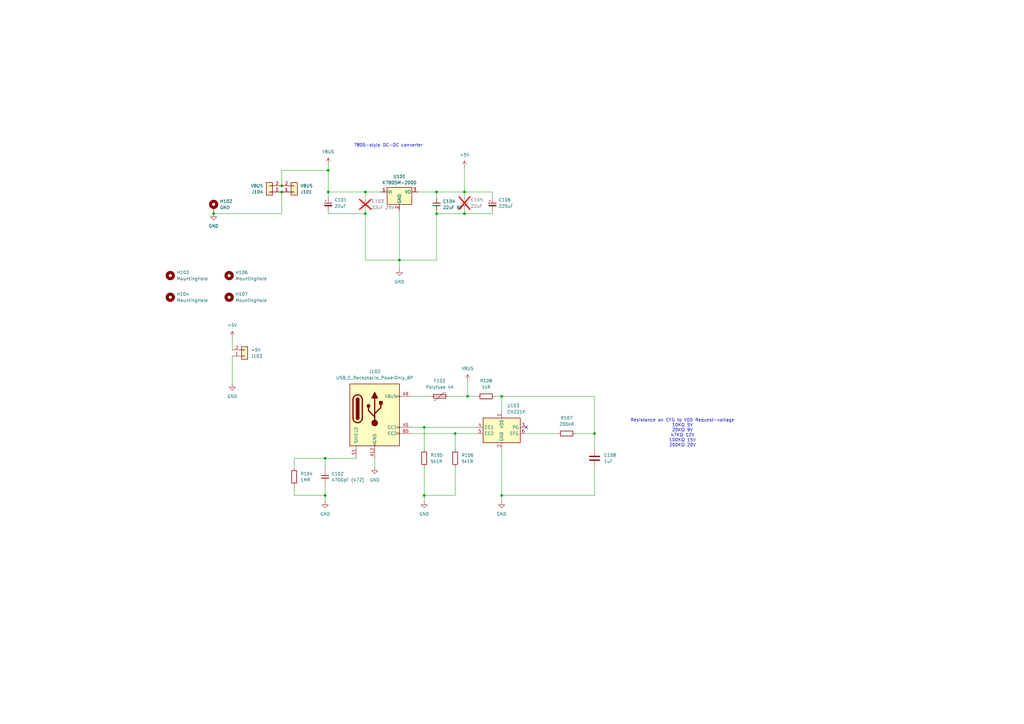
<source format=kicad_sch>
(kicad_sch (version 20250114) (generator "eeschema") (generator_version "9.0")
  (paper "A3")
  (title_block (title "7-seg LED POWER") (date "2025-08-20") (rev "0.4.0") (company "UMEMOTO LLC") (comment 1 "design by Hijiri Umemoto"))
  (lib_symbols
    (symbol "Connector:USB_C_Receptacle_PowerOnly_6P" (pin_names (offset 1.016))
      (property "Reference" "J" (at 0 16.51 0))
      (property "Value" "USB_C_Receptacle_PowerOnly_6P" (at 0 13.97 0))
      (symbol "USB_C_Receptacle_PowerOnly_6P_0_0"
        (rectangle (start -0.254 -12.7) (end 0.254 -11.684))
        (rectangle (start 10.16 7.874) (end 9.144 7.366))
        (rectangle (start 10.16 -4.826) (end 9.144 -5.334))
        (rectangle (start 10.16 -7.366) (end 9.144 -7.874))
      )
      (symbol "USB_C_Receptacle_PowerOnly_6P_0_1"
        (rectangle (start -10.16 12.7) (end 10.16 -12.7) (stroke (width 0.254)) (fill (type background)))
        (polyline (pts (xy -8.89 -1.27) (xy -8.89 6.35)) (stroke (width 0.508)))
        (rectangle (start -7.62 -1.27) (end -6.35 6.35) (stroke (width 0.254)) (fill (type outline)))
        (arc (start -7.62 6.35) (mid -6.985 6.9823) (end -6.35 6.35) (stroke (width 0.254)))
        (arc (start -7.62 6.35) (mid -6.985 6.9823) (end -6.35 6.35) (stroke (width 0.254)) (fill (type outline)))
        (arc (start -8.89 6.35) (mid -6.985 8.2467) (end -5.08 6.35) (stroke (width 0.508)))
        (arc (start -5.08 -1.27) (mid -6.985 -3.1667) (end -8.89 -1.27) (stroke (width 0.508)))
        (arc (start -6.35 -1.27) (mid -6.985 -1.9023) (end -7.62 -1.27) (stroke (width 0.254)))
        (arc (start -6.35 -1.27) (mid -6.985 -1.9023) (end -7.62 -1.27) (stroke (width 0.254)) (fill (type outline)))
        (polyline (pts (xy -5.08 6.35) (xy -5.08 -1.27)) (stroke (width 0.508)))
        (circle (center -2.54 3.683) (radius 0.635) (stroke (width 0.254)) (fill (type outline)))
        (polyline (pts (xy -1.27 6.858) (xy 0 9.398) (xy 1.27 6.858) (xy -1.27 6.858)) (stroke (width 0.254)) (fill (type outline)))
        (polyline (pts (xy 0 0.508) (xy 2.54 3.048) (xy 2.54 4.318)) (stroke (width 0.508)))
        (polyline (pts (xy 0 -0.762) (xy -2.54 1.778) (xy -2.54 3.048)) (stroke (width 0.508)))
        (polyline (pts (xy 0 -3.302) (xy 0 6.858)) (stroke (width 0.508)))
        (circle (center 0 -3.302) (radius 1.27) (fill (type outline)))
        (rectangle (start 1.905 4.318) (end 3.175 5.588) (stroke (width 0.254)) (fill (type outline)))
      )
      (symbol "USB_C_Receptacle_PowerOnly_6P_1_1"
        (pin passive line (at -7.62 -17.78 90) (length 5.08) (name "SHIELD") (number "S1"))
        (pin passive line (at 0 -17.78 90) (length 5.08) (name "GND") (number "A12"))
        (pin passive line (at 0 -17.78 90) (length 5.08) (hide yes) (name "GND") (number "B12"))
        (pin passive line (at 15.24 7.62 180) (length 5.08) (name "VBUS") (number "A9"))
        (pin passive line (at 15.24 7.62 180) (length 5.08) (hide yes) (name "VBUS") (number "B9"))
        (pin bidirectional line (at 15.24 -5.08 180) (length 5.08) (name "CC1") (number "A5"))
        (pin bidirectional line (at 15.24 -7.62 180) (length 5.08) (name "CC2") (number "B5"))
      )
    )
    (symbol "Connector_Generic:Conn_01x02" (pin_names (offset 1.016) (hide yes))
      (property "Reference" "J" (at 0 2.54 0))
      (property "Value" "Conn_01x02" (at 0 -5.08 0))
      (symbol "Conn_01x02_1_1"
        (rectangle (start -1.27 1.27) (end 1.27 -3.81) (stroke (width 0.254)) (fill (type background)))
        (rectangle (start -1.27 0.127) (end 0 -0.127) (stroke (width 0.1524)))
        (rectangle (start -1.27 -2.413) (end 0 -2.667) (stroke (width 0.1524)))
        (pin passive line (at -5.08 0 0) (length 3.81) (name "Pin_1") (number "1"))
        (pin passive line (at -5.08 -2.54 0) (length 3.81) (name "Pin_2") (number "2"))
      )
    )
    (symbol "Device:C" (pin_numbers (hide yes)) (pin_names (offset 0.254))
      (property "Reference" "C" (at 0.635 2.54 0))
      (property "Value" "C" (at 0.635 -2.54 0))
      (symbol "C_0_1"
        (polyline (pts (xy -2.032 0.762) (xy 2.032 0.762)) (stroke (width 0.508)))
        (polyline (pts (xy -2.032 -0.762) (xy 2.032 -0.762)) (stroke (width 0.508)))
      )
      (symbol "C_1_1"
        (pin passive line (at 0 3.81 270) (length 2.794) (name "~") (number "1"))
        (pin passive line (at 0 -3.81 90) (length 2.794) (name "~") (number "2"))
      )
    )
    (symbol "Device:C_Polarized_Small" (pin_numbers (hide yes)) (pin_names (offset 0.254) (hide yes))
      (property "Reference" "C" (at 0.254 1.778 0))
      (property "Value" "C_Polarized_Small" (at 0.254 -2.032 0))
      (symbol "C_Polarized_Small_0_1"
        (rectangle (start -1.524 0.6858) (end 1.524 0.3048))
        (rectangle (start -1.524 -0.3048) (end 1.524 -0.6858) (fill (type outline)))
        (polyline (pts (xy -1.27 1.524) (xy -0.762 1.524)))
        (polyline (pts (xy -1.016 1.27) (xy -1.016 1.778)))
      )
      (symbol "C_Polarized_Small_1_1"
        (pin passive line (at 0 2.54 270) (length 1.8542) (name "~") (number "1"))
        (pin passive line (at 0 -2.54 90) (length 1.8542) (name "~") (number "2"))
      )
    )
    (symbol "Device:C_Small" (pin_numbers (hide yes)) (pin_names (offset 0.254) (hide yes))
      (property "Reference" "C" (at 0.254 1.778 0))
      (property "Value" "C_Small" (at 0.254 -2.032 0))
      (symbol "C_Small_0_1"
        (polyline (pts (xy -1.524 0.508) (xy 1.524 0.508)) (stroke (width 0.3048)))
        (polyline (pts (xy -1.524 -0.508) (xy 1.524 -0.508)) (stroke (width 0.3302)))
      )
      (symbol "C_Small_1_1"
        (pin passive line (at 0 2.54 270) (length 2.032) (name "~") (number "1"))
        (pin passive line (at 0 -2.54 90) (length 2.032) (name "~") (number "2"))
      )
    )
    (symbol "Device:Polyfuse" (pin_numbers (hide yes)) (pin_names (offset 0))
      (property "Reference" "F" (at -2.54 0 90))
      (property "Value" "Polyfuse" (at 2.54 0 90))
      (symbol "Polyfuse_0_1"
        (polyline (pts (xy -1.524 2.54) (xy -1.524 1.524) (xy 1.524 -1.524) (xy 1.524 -2.54)))
        (rectangle (start -0.762 2.54) (end 0.762 -2.54) (stroke (width 0.254)))
        (polyline (pts (xy 0 2.54) (xy 0 -2.54)))
      )
      (symbol "Polyfuse_1_1"
        (pin passive line (at 0 3.81 270) (length 1.27) (name "~") (number "1"))
        (pin passive line (at 0 -3.81 90) (length 1.27) (name "~") (number "2"))
      )
    )
    (symbol "Device:R" (pin_numbers (hide yes)) (pin_names (offset 0))
      (property "Reference" "R" (at 2.032 0 90))
      (property "Value" "R" (at 0 0 90))
      (symbol "R_0_1"
        (rectangle (start -1.016 -2.54) (end 1.016 2.54) (stroke (width 0.254)))
      )
      (symbol "R_1_1"
        (pin passive line (at 0 3.81 270) (length 1.27) (name "~") (number "1"))
        (pin passive line (at 0 -3.81 90) (length 1.27) (name "~") (number "2"))
      )
    )
    (symbol "Interface_USB:CH221K"
      (property "Reference" "U" (at -7.366 -6.858 0))
      (property "Value" "CH221K" (at 3.048 -6.858 0))
      (symbol "CH221K_1_1"
        (rectangle (start -7.62 5.08) (end 7.62 -5.08) (stroke (width 0.254)) (fill (type background)))
        (pin bidirectional line (at -10.16 1.27 0) (length 2.54) (name "CC1") (number "4"))
        (pin bidirectional line (at -10.16 -1.27 0) (length 2.54) (name "CC2") (number "5"))
        (pin power_in line (at 0 7.62 270) (length 2.54) (name "VDD") (number "1"))
        (pin power_in line (at 0 -7.62 90) (length 2.54) (name "GND") (number "2"))
        (pin open_collector line (at 10.16 1.27 180) (length 2.54) (name "PG") (number "3"))
        (pin passive line (at 10.16 -1.27 180) (length 2.54) (name "CFG") (number "6"))
      )
    )
    (symbol "Mechanical:MountingHole" (pin_names (offset 1.016)) (exclude_from_sim yes) (in_bom no)
      (property "Reference" "H" (at 0 5.08 0))
      (property "Value" "MountingHole" (at 0 3.175 0))
      (symbol "MountingHole_0_1"
        (circle (center 0 0) (radius 1.27) (stroke (width 1.27)))
      )
    )
    (symbol "MountingHole_Pad_MP_3" (pin_numbers (hide yes)) (pin_names (offset 1.016) (hide yes)) (exclude_from_sim yes) (in_bom no)
      (property "Reference" "H102" (at 2.54 2.5401 0))
      (property "Value" "MountingHole_Pad_MP" (at 2.54 0.0001 0))
      (symbol "MountingHole_Pad_MP_3_0_1"
        (circle (center 0 1.27) (radius 1.27) (stroke (width 1.27)))
      )
      (symbol "MountingHole_Pad_MP_3_1_1"
        (pin power_in line (at 0 -2.54 90) (length 2.54) (name "MP") (number "1"))
      )
    )
    (symbol "Regulator_Linear:LM7805_TO220" (pin_names (offset 0.254))
      (property "Reference" "U" (at -3.81 3.175 0))
      (property "Value" "LM7805_TO220" (at 0 3.175 0))
      (symbol "LM7805_TO220_0_1"
        (rectangle (start -5.08 1.905) (end 5.08 -5.08) (stroke (width 0.254)) (fill (type background)))
      )
      (symbol "LM7805_TO220_1_1"
        (pin power_in line (at -7.62 0 0) (length 2.54) (name "VI") (number "1"))
        (pin power_in line (at 0 -7.62 90) (length 2.54) (name "GND") (number "2"))
        (pin power_out line (at 7.62 0 180) (length 2.54) (name "VO") (number "3"))
      )
    )
    (symbol "power:+5V" (power) (pin_numbers (hide yes)) (pin_names (offset 0) (hide yes))
      (property "Value" "+5V" (at 0 3.556 0))
      (symbol "+5V_0_1"
        (polyline (pts (xy -0.762 1.27) (xy 0 2.54)))
        (polyline (pts (xy 0 2.54) (xy 0.762 1.27)))
        (polyline (pts (xy 0 0) (xy 0 2.54)))
      )
      (symbol "+5V_1_1"
        (pin power_in line (at 0 0 90) (length 0) (name "~") (number "1"))
      )
    )
    (symbol "power:GND" (power) (pin_numbers (hide yes)) (pin_names (offset 0) (hide yes))
      (property "Value" "GND" (at 0 -3.81 0))
      (symbol "GND_0_1"
        (polyline (pts (xy 0 0) (xy 0 -1.27) (xy 1.27 -1.27) (xy 0 -2.54) (xy -1.27 -1.27) (xy 0 -1.27)))
      )
      (symbol "GND_1_1"
        (pin power_in line (at 0 0 270) (length 0) (name "~") (number "1"))
      )
    )
    (symbol "power:VBUS" (power) (pin_numbers (hide yes)) (pin_names (offset 0) (hide yes))
      (property "Value" "VBUS" (at 0 3.556 0))
      (symbol "VBUS_0_1"
        (polyline (pts (xy -0.762 1.27) (xy 0 2.54)))
        (polyline (pts (xy 0 2.54) (xy 0.762 1.27)))
        (polyline (pts (xy 0 0) (xy 0 2.54)))
      )
      (symbol "VBUS_1_1"
        (pin power_in line (at 0 0 90) (length 0) (name "~") (number "1"))
      )
    )
    (symbol "power:VDD" (power) (pin_numbers (hide yes)) (pin_names (offset 0) (hide yes))
      (property "Value" "VDD" (at 0 3.556 0))
      (symbol "VDD_0_1"
        (polyline (pts (xy -0.762 1.27) (xy 0 2.54)))
        (polyline (pts (xy 0 2.54) (xy 0.762 1.27)))
        (polyline (pts (xy 0 0) (xy 0 2.54)))
      )
      (symbol "VDD_1_1"
        (pin power_in line (at 0 0 90) (length 0) (name "~") (number "1"))
      )
    )
  )
  (text "7805-style DC-DC converter" (at 159.258 59.69 0) (effects (font (size 1.27 1.27))))
  (text "Resistance on CFG to VDD Request-voltage\n10KΩ 5V\n20KΩ 9V\n47KΩ 12V\n100KΩ 15V\n200KΩ 20V" (at 279.908 177.546 0) (effects (font (size 1.27 1.27))))
  (junction (at 134.62 78.74))
  (junction (at 243.84 177.8))
  (junction (at 115.57 78.74))
  (junction (at 87.63 87.63))
  (junction (at 133.35 203.2))
  (junction (at 163.83 106.68))
  (junction (at 190.5 78.74))
  (junction (at 179.07 87.63))
  (junction (at 149.86 87.63))
  (junction (at 133.35 187.96))
  (junction (at 115.57 76.2))
  (junction (at 205.74 203.2))
  (junction (at 149.86 78.74))
  (junction (at 179.07 78.74))
  (junction (at 205.74 162.56))
  (junction (at 190.5 87.63))
  (junction (at 134.62 69.85))
  (junction (at 173.99 175.26))
  (junction (at 191.77 162.56))
  (junction (at 173.99 203.2))
  (junction (at 186.69 177.8))
  (no_connect (at 215.9 175.26))
  (wire (pts (xy 133.35 198.12) (xy 133.35 203.2)))
  (wire (pts (xy 173.99 175.26) (xy 195.58 175.26)))
  (wire (pts (xy 149.86 78.74) (xy 156.21 78.74)))
  (wire (pts (xy 205.74 184.15) (xy 205.74 203.2)))
  (wire (pts (xy 184.15 162.56) (xy 191.77 162.56)))
  (wire (pts (xy 243.84 191.77) (xy 243.84 203.2)))
  (wire (pts (xy 120.65 203.2) (xy 133.35 203.2)))
  (wire (pts (xy 179.07 87.63) (xy 179.07 86.36)))
  (wire (pts (xy 134.62 78.74) (xy 134.62 81.28)))
  (wire (pts (xy 168.91 175.26) (xy 173.99 175.26)))
  (wire (pts (xy 115.57 78.74) (xy 115.57 87.63)))
  (wire (pts (xy 134.62 87.63) (xy 149.86 87.63)))
  (wire (pts (xy 173.99 203.2) (xy 173.99 205.74)))
  (wire (pts (xy 201.93 87.63) (xy 190.5 87.63)))
  (wire (pts (xy 190.5 86.36) (xy 190.5 87.63)))
  (wire (pts (xy 243.84 177.8) (xy 243.84 184.15)))
  (wire (pts (xy 186.69 177.8) (xy 186.69 184.15)))
  (wire (pts (xy 205.74 162.56) (xy 243.84 162.56)))
  (wire (pts (xy 115.57 87.63) (xy 87.63 87.63)))
  (wire (pts (xy 243.84 162.56) (xy 243.84 177.8)))
  (wire (pts (xy 134.62 69.85) (xy 134.62 78.74)))
  (wire (pts (xy 186.69 203.2) (xy 173.99 203.2)))
  (wire (pts (xy 133.35 187.96) (xy 146.05 187.96)))
  (wire (pts (xy 120.65 199.39) (xy 120.65 203.2)))
  (wire (pts (xy 120.65 187.96) (xy 133.35 187.96)))
  (wire (pts (xy 179.07 87.63) (xy 179.07 106.68)))
  (wire (pts (xy 134.62 78.74) (xy 149.86 78.74)))
  (wire (pts (xy 168.91 177.8) (xy 186.69 177.8)))
  (wire (pts (xy 243.84 177.8) (xy 236.22 177.8)))
  (wire (pts (xy 163.83 106.68) (xy 179.07 106.68)))
  (wire (pts (xy 186.69 191.77) (xy 186.69 203.2)))
  (wire (pts (xy 171.45 78.74) (xy 179.07 78.74)))
  (wire (pts (xy 163.83 110.49) (xy 163.83 106.68)))
  (wire (pts (xy 168.91 162.56) (xy 176.53 162.56)))
  (wire (pts (xy 149.86 78.74) (xy 149.86 81.28)))
  (wire (pts (xy 179.07 78.74) (xy 179.07 81.28)))
  (wire (pts (xy 215.9 177.8) (xy 228.6 177.8)))
  (wire (pts (xy 95.25 138.43) (xy 95.25 143.51)))
  (wire (pts (xy 149.86 87.63) (xy 149.86 106.68)))
  (wire (pts (xy 153.67 187.96) (xy 153.67 191.77)))
  (wire (pts (xy 149.86 106.68) (xy 163.83 106.68)))
  (wire (pts (xy 173.99 191.77) (xy 173.99 203.2)))
  (wire (pts (xy 115.57 69.85) (xy 134.62 69.85)))
  (wire (pts (xy 133.35 203.2) (xy 133.35 205.74)))
  (wire (pts (xy 133.35 193.04) (xy 133.35 187.96)))
  (wire (pts (xy 179.07 78.74) (xy 190.5 78.74)))
  (wire (pts (xy 115.57 69.85) (xy 115.57 76.2)))
  (wire (pts (xy 163.83 86.36) (xy 163.83 106.68)))
  (wire (pts (xy 205.74 203.2) (xy 205.74 205.74)))
  (wire (pts (xy 134.62 86.36) (xy 134.62 87.63)))
  (wire (pts (xy 205.74 168.91) (xy 205.74 162.56)))
  (wire (pts (xy 191.77 162.56) (xy 195.58 162.56)))
  (wire (pts (xy 201.93 81.28) (xy 201.93 78.74)))
  (wire (pts (xy 120.65 191.77) (xy 120.65 187.96)))
  (wire (pts (xy 201.93 86.36) (xy 201.93 87.63)))
  (wire (pts (xy 190.5 78.74) (xy 190.5 81.28)))
  (wire (pts (xy 243.84 203.2) (xy 205.74 203.2)))
  (wire (pts (xy 186.69 177.8) (xy 195.58 177.8)))
  (wire (pts (xy 190.5 68.58) (xy 190.5 78.74)))
  (wire (pts (xy 134.62 67.31) (xy 134.62 69.85)))
  (wire (pts (xy 95.25 146.05) (xy 95.25 157.48)))
  (wire (pts (xy 149.86 86.36) (xy 149.86 87.63)))
  (wire (pts (xy 191.77 156.21) (xy 191.77 162.56)))
  (wire (pts (xy 201.93 78.74) (xy 190.5 78.74)))
  (wire (pts (xy 203.2 162.56) (xy 205.74 162.56)))
  (wire (pts (xy 173.99 175.26) (xy 173.99 184.15)))
  (wire (pts (xy 190.5 87.63) (xy 179.07 87.63)))
  (symbol (lib_name "MountingHole_Pad_MP_3") (lib_id "Mechanical:MountingHole_Pad_MP") (at 87.63 85.09 0) (unit 1) (exclude_from_sim yes) (in_bom no)
    (property "Reference" "H102" (at 90.17 82.5499 0) (effects (justify left)))
    (property "Value" "GND" (at 90.17 85.0899 0) (effects (justify left)))
    (property "Footprint" "MountingHole:MountingHole_3.2mm_M3_DIN965_Pad" (effects (hide yes)))
    (property "Description" "Mounting Hole with connection as pad named MP" (effects (hide yes)))
  )
  (symbol (lib_id "power:+5V") (at 95.25 138.43 0) (unit 1)
    (property "Reference" "#PWR0108" (effects (hide yes)))
    (property "Value" "+5V" (at 95.25 133.35 0))
    (property "Description" "Power symbol creates a global label with name \"+5V\"" (effects (hide yes)))
  )
  (symbol (lib_id "Connector:USB_C_Receptacle_PowerOnly_6P") (at 153.67 170.18 0) (unit 1)
    (property "Reference" "J102" (at 153.67 152.4 0))
    (property "Value" "USB_C_Receptacle_PowerOnly_6P" (at 153.67 154.94 0))
    (property "Footprint" "Connector_USB:USB_C_Receptacle_HRO_TYPE-C-31-M-17" (effects (hide yes)))
    (property "Datasheet" "https://www.usb.org/sites/default/files/documents/usb_type-c.zip" (effects (hide yes)))
    (property "Description" "USB Power-Only 6P Type-C Receptacle connector" (effects (hide yes)))
  )
  (symbol (lib_id "Mechanical:MountingHole") (at 93.98 113.03 0) (unit 1) (exclude_from_sim yes) (in_bom no)
    (property "Reference" "H106" (at 96.52 111.7599 0) (effects (justify left)))
    (property "Value" "MountingHole" (at 96.52 114.2999 0) (effects (justify left)))
    (property "Footprint" "MountingHole:MountingHole_3.2mm_M3" (effects (hide yes)))
    (property "Description" "Mounting Hole without connection" (effects (hide yes)))
  )
  (symbol (lib_id "power:GND") (at 153.67 191.77 0) (unit 1)
    (property "Reference" "#PWR0118" (effects (hide yes)))
    (property "Value" "GND" (at 153.67 196.85 0))
    (property "Description" "Power symbol creates a global label with name \"GND\" , ground" (effects (hide yes)))
  )
  (symbol (lib_id "power:GND") (at 95.25 157.48 0) (unit 1)
    (property "Reference" "#PWR0105" (effects (hide yes)))
    (property "Value" "GND" (at 95.25 162.56 0))
    (property "Description" "Power symbol creates a global label with name \"GND\" , ground" (effects (hide yes)))
  )
  (symbol (lib_id "power:VBUS") (at 191.77 156.21 0) (unit 1)
    (property "Reference" "#PWR0117" (effects (hide yes)))
    (property "Value" "VBUS" (at 191.77 151.13 0))
    (property "Description" "Power symbol creates a global label with name \"VBUS\"" (effects (hide yes)))
  )
  (symbol (lib_id "Device:R") (at 186.69 187.96 0) (unit 1)
    (property "Reference" "R106" (at 189.23 186.6899 0) (effects (justify left)))
    (property "Value" "5k1R" (at 189.23 189.2299 0) (effects (justify left)))
    (property "Footprint" "Resistor_SMD:R_0805_2012Metric_Pad1.20x1.40mm_HandSolder" (effects (hide yes)))
  )
  (symbol (lib_id "Mechanical:MountingHole") (at 69.85 113.03 0) (unit 1) (exclude_from_sim yes) (in_bom no)
    (property "Reference" "H103" (at 72.39 111.7599 0) (effects (justify left)))
    (property "Value" "MountingHole" (at 72.39 114.2999 0) (effects (justify left)))
    (property "Footprint" "MountingHole:MountingHole_3.2mm_M3" (effects (hide yes)))
    (property "Description" "Mounting Hole without connection" (effects (hide yes)))
  )
  (symbol (lib_id "power:GND") (at 133.35 205.74 0) (unit 1)
    (property "Reference" "#PWR0119" (effects (hide yes)))
    (property "Value" "GND" (at 133.35 210.82 0))
    (property "Description" "Power symbol creates a global label with name \"GND\" , ground" (effects (hide yes)))
  )
  (symbol (lib_id "power:GND") (at 173.99 205.74 0) (unit 1)
    (property "Reference" "#PWR0120" (effects (hide yes)))
    (property "Value" "GND" (at 173.99 210.82 0))
    (property "Description" "Power symbol creates a global label with name \"GND\" , ground" (effects (hide yes)))
  )
  (symbol (lib_id "Device:C") (at 243.84 187.96 0) (unit 1)
    (property "Reference" "C108" (at 247.65 186.6899 0) (effects (justify left)))
    (property "Value" "1uF" (at 247.65 189.2299 0) (effects (justify left)))
    (property "Footprint" "Capacitor_SMD:C_0805_2012Metric_Pad1.18x1.45mm_HandSolder" (effects (hide yes)))
    (property "Description" "Unpolarized capacitor" (effects (hide yes)))
  )
  (symbol (lib_id "Device:R") (at 173.99 187.96 0) (unit 1)
    (property "Reference" "R105" (at 176.53 186.6899 0) (effects (justify left)))
    (property "Value" "5k1R" (at 176.53 189.2299 0) (effects (justify left)))
    (property "Footprint" "Resistor_SMD:R_0805_2012Metric_Pad1.20x1.40mm_HandSolder" (effects (hide yes)))
  )
  (symbol (lib_id "Device:C_Small") (at 133.35 195.58 0) (unit 1)
    (property "Reference" "C102" (at 135.89 194.3162 0) (effects (justify left)))
    (property "Value" "4700pF (472)" (at 135.89 196.8562 0) (effects (justify left)))
    (property "Footprint" "Capacitor_SMD:C_0805_2012Metric_Pad1.18x1.45mm_HandSolder" (effects (hide yes)))
    (property "Description" "Unpolarized capacitor, small symbol" (effects (hide yes)))
  )
  (symbol (lib_id "Device:R") (at 232.41 177.8 270) (unit 1)
    (property "Reference" "R107" (at 232.41 171.45 90))
    (property "Value" "200kR" (at 232.41 173.99 90))
    (property "Footprint" "Resistor_SMD:R_0805_2012Metric_Pad1.20x1.40mm_HandSolder" (effects (hide yes)))
  )
  (symbol (lib_id "Interface_USB:CH221K") (at 205.74 176.53 0) (unit 1)
    (property "Reference" "U103" (at 207.9341 166.37 0) (effects (justify left)))
    (property "Value" "CH221K" (at 207.9341 168.91 0) (effects (justify left)))
    (property "Footprint" "Package_TO_SOT_SMD:TSOT-23-6_HandSoldering" (effects (hide yes)))
    (property "Datasheet" "https://www.wch.cn/downloads/file/301.html" (effects (hide yes)))
    (property "Description" "100W USB Type-C PD3.0/2.0, BC1.2 Sink Controller, SOT23-6L" (effects (hide yes)))
  )
  (symbol (lib_id "Mechanical:MountingHole") (at 69.85 121.92 0) (unit 1) (exclude_from_sim yes) (in_bom no)
    (property "Reference" "H104" (at 72.39 120.6499 0) (effects (justify left)))
    (property "Value" "MountingHole" (at 72.39 123.1899 0) (effects (justify left)))
    (property "Footprint" "MountingHole:MountingHole_3.2mm_M3" (effects (hide yes)))
    (property "Description" "Mounting Hole without connection" (effects (hide yes)))
  )
  (symbol (lib_id "Connector_Generic:Conn_01x02") (at 100.33 146.05 0) (mirror x) (unit 1)
    (property "Reference" "J103" (at 102.87 146.0501 0) (effects (justify left)))
    (property "Value" "+5V" (at 102.87 143.5101 0) (effects (justify left)))
    (property "Footprint" "7seg-panel:Generic_XH_S2B-XH-A-1_1x02_P2.50mm_Horizontal" (effects (hide yes)))
    (property "Description" "Generic connector, single row, 01x02, script generated (kicad-library-utils/schlib/autogen/connector/)" (effects (hide yes)))
  )
  (symbol (lib_id "power:GND") (at 163.83 110.49 0) (unit 1)
    (property "Reference" "#PWR0104" (effects (hide yes)))
    (property "Value" "GND" (at 163.83 115.57 0))
    (property "Description" "Power symbol creates a global label with name \"GND\" , ground" (effects (hide yes)))
  )
  (symbol (lib_id "Device:C_Polarized_Small") (at 190.5 83.82 0) (unit 1) (in_bom no) (dnp yes)
    (property "Reference" "C105" (at 193.04 82.0038 0) (effects (justify left)))
    (property "Value" "22uF" (at 193.04 84.5438 0) (effects (justify left)))
    (property "Footprint" "Capacitor_Tantalum_SMD:CP_EIA-3528-21_Kemet-B" (effects (hide yes)))
    (property "Description" "Polarized capacitor, small symbol" (effects (hide yes)))
  )
  (symbol (lib_id "Device:C_Polarized_Small") (at 134.62 83.82 0) (unit 1)
    (property "Reference" "C101" (at 137.16 82.0038 0) (effects (justify left)))
    (property "Value" "22uF" (at 137.16 84.5438 0) (effects (justify left)))
    (property "Footprint" "Capacitor_Tantalum_SMD:CP_EIA-3528-21_Kemet-B" (effects (hide yes)))
    (property "Description" "Polarized capacitor, small symbol" (effects (hide yes)))
  )
  (symbol (lib_id "Device:C_Polarized_Small") (at 201.93 83.82 0) (unit 1)
    (property "Reference" "C106" (at 204.47 82.0038 0) (effects (justify left)))
    (property "Value" "220uF" (at 204.47 84.5438 0) (effects (justify left)))
    (property "Footprint" "Capacitor_THT:CP_Radial_D10.0mm_P5.00mm_P7.50mm" (effects (hide yes)))
    (property "Description" "Polarized capacitor, small symbol" (effects (hide yes)))
  )
  (symbol (lib_id "Device:C_Small") (at 179.07 83.82 0) (unit 1)
    (property "Reference" "C104" (at 181.61 82.5562 0) (effects (justify left)))
    (property "Value" "22uF 6V" (at 181.61 85.0962 0) (effects (justify left)))
    (property "Footprint" "Capacitor_SMD:C_0603_1608Metric_Pad1.08x0.95mm_HandSolder" (effects (hide yes)))
    (property "Description" "Unpolarized capacitor, small symbol" (effects (hide yes)))
  )
  (symbol (lib_id "Connector_Generic:Conn_01x02") (at 110.49 78.74 180) (unit 1)
    (property "Reference" "J104" (at 107.95 78.7401 0) (effects (justify left)))
    (property "Value" "VBUS" (at 107.95 76.2001 0) (effects (justify left)))
    (property "Footprint" "7seg-panel:Generic_XH_S2B-XH-A-1_1x02_P2.50mm_Horizontal" (effects (hide yes)))
    (property "Description" "Generic connector, single row, 01x02, script generated (kicad-library-utils/schlib/autogen/connector/)" (effects (hide yes)))
  )
  (symbol (lib_id "Mechanical:MountingHole") (at 93.98 121.92 0) (unit 1) (exclude_from_sim yes) (in_bom no)
    (property "Reference" "H107" (at 96.52 120.6499 0) (effects (justify left)))
    (property "Value" "MountingHole" (at 96.52 123.1899 0) (effects (justify left)))
    (property "Footprint" "MountingHole:MountingHole_3.2mm_M3" (effects (hide yes)))
    (property "Description" "Mounting Hole without connection" (effects (hide yes)))
  )
  (symbol (lib_id "Device:C_Small") (at 149.86 83.82 0) (unit 1) (in_bom no) (dnp yes)
    (property "Reference" "C103" (at 152.4 82.5562 0) (effects (justify left)))
    (property "Value" "22uF 25V" (at 152.4 85.0962 0) (effects (justify left)))
    (property "Footprint" "Capacitor_SMD:C_0603_1608Metric_Pad1.08x0.95mm_HandSolder" (effects (hide yes)))
    (property "Description" "Unpolarized capacitor, small symbol" (effects (hide yes)))
  )
  (symbol (lib_id "Device:R") (at 120.65 195.58 0) (unit 1)
    (property "Reference" "R104" (at 123.19 194.3099 0) (effects (justify left)))
    (property "Value" "1MR" (at 123.19 196.8499 0) (effects (justify left)))
    (property "Footprint" "Resistor_SMD:R_0805_2012Metric_Pad1.20x1.40mm_HandSolder" (effects (hide yes)))
  )
  (symbol (lib_id "Device:Polyfuse") (at 180.34 162.56 90) (unit 1)
    (property "Reference" "F102" (at 180.34 156.21 90))
    (property "Value" "Polyfuse 4A" (at 180.34 158.75 90))
    (property "Footprint" "Fuse:Fuse_2920_7451Metric_Pad2.10x5.45mm_HandSolder" (effects (hide yes)))
    (property "Description" "Resettable fuse, polymeric positive temperature coefficient" (effects (hide yes)))
  )
  (symbol (lib_id "Device:R") (at 199.39 162.56 270) (unit 1)
    (property "Reference" "R108" (at 199.39 156.21 90))
    (property "Value" "1kR" (at 199.39 158.75 90))
    (property "Footprint" "Resistor_SMD:R_1210_3225Metric_Pad1.30x2.65mm_HandSolder" (effects (hide yes)))
    (property "Description" "Resistor 1/3W or larger" (effects (hide yes)))
  )
  (symbol (lib_id "power:GND") (at 87.63 87.63 0) (unit 1)
    (property "Reference" "#PWR0103" (effects (hide yes)))
    (property "Value" "GND" (at 87.63 92.71 0))
    (property "Description" "Power symbol creates a global label with name \"GND\" , ground" (effects (hide yes)))
  )
  (symbol (lib_id "power:GND") (at 205.74 205.74 0) (unit 1)
    (property "Reference" "#PWR0121" (effects (hide yes)))
    (property "Value" "GND" (at 205.74 210.82 0))
    (property "Description" "Power symbol creates a global label with name \"GND\" , ground" (effects (hide yes)))
  )
  (symbol (lib_id "Connector_Generic:Conn_01x02") (at 120.65 78.74 0) (mirror x) (unit 1)
    (property "Reference" "J101" (at 123.19 78.7401 0) (effects (justify left)))
    (property "Value" "VBUS" (at 123.19 76.2001 0) (effects (justify left)))
    (property "Footprint" "7seg-panel:Generic_XH_S2B-XH-A-1_1x02_P2.50mm_Horizontal" (effects (hide yes)))
    (property "Description" "Generic connector, single row, 01x02, script generated (kicad-library-utils/schlib/autogen/connector/)" (effects (hide yes)))
  )
  (symbol (lib_id "power:+5V") (at 190.5 68.58 0) (unit 1)
    (property "Reference" "#PWR0102" (effects (hide yes)))
    (property "Value" "+5V" (at 190.5 63.5 0))
    (property "Description" "Power symbol creates a global label with name \"+5V\"" (effects (hide yes)))
  )
  (symbol (lib_id "Regulator_Linear:LM7805_TO220") (at 163.83 78.74 0) (unit 1)
    (property "Reference" "U101" (at 163.83 72.39 0))
    (property "Value" "K7805M-2000" (at 163.83 74.93 0))
    (property "Footprint" "Package_TO_SOT_THT:TO-220-3_Vertical" (effects (hide yes)))
    (property "Datasheet" "https://lcsc.com/datasheet/lcsc_datasheet_2506201720_EVISUN-K7805-2000_C49237816.pdf" (effects (hide yes)))
    (property "Description" "Positive 1A 35V Linear Regulator, Fixed Output 5V, TO-220" (effects (hide yes)))
  )
  (symbol (lib_id "power:VDD") (at 134.62 67.31 0) (unit 1)
    (property "Reference" "#PWR0101" (effects (hide yes)))
    (property "Value" "VBUS" (at 134.62 62.23 0))
    (property "Description" "Power symbol creates a global label with name \"VDD\"" (effects (hide yes)))
  )
)
</source>
